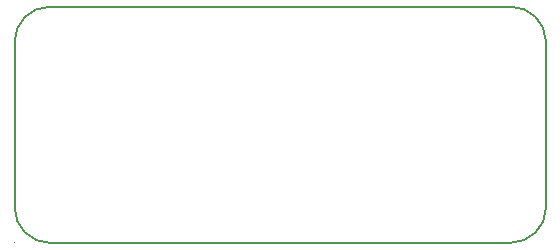
<source format=gbr>
%TF.GenerationSoftware,KiCad,Pcbnew,(7.0.0)*%
%TF.CreationDate,2023-04-19T19:20:55+08:00*%
%TF.ProjectId,Commander,436f6d6d-616e-4646-9572-2e6b69636164,rev?*%
%TF.SameCoordinates,Original*%
%TF.FileFunction,Profile,NP*%
%FSLAX46Y46*%
G04 Gerber Fmt 4.6, Leading zero omitted, Abs format (unit mm)*
G04 Created by KiCad (PCBNEW (7.0.0)) date 2023-04-19 19:20:55*
%MOMM*%
%LPD*%
G01*
G04 APERTURE LIST*
%TA.AperFunction,Profile*%
%ADD10C,0.200000*%
%TD*%
%TA.AperFunction,Profile*%
%ADD11C,0.010050*%
%TD*%
G04 APERTURE END LIST*
D10*
%TO.C,J4*%
X116800000Y-78675000D02*
X116800000Y-64675000D01*
X119800000Y-61675000D02*
X158800000Y-61675000D01*
X158800000Y-81675000D02*
X119800000Y-81675000D01*
X161800000Y-64675000D02*
X161800000Y-78675000D01*
X119800000Y-61675000D02*
G75*
G03*
X116800000Y-64675000I1J-3000001D01*
G01*
X116800000Y-78675000D02*
G75*
G03*
X119800000Y-81675000I3000001J1D01*
G01*
X161800000Y-64675000D02*
G75*
G03*
X158800000Y-61675000I-3000000J0D01*
G01*
X158800000Y-81675000D02*
G75*
G03*
X161800000Y-78675000I0J3000000D01*
G01*
D11*
X116805025Y-81675000D02*
G75*
G03*
X116805025Y-81675000I-5025J0D01*
G01*
%TD*%
M02*

</source>
